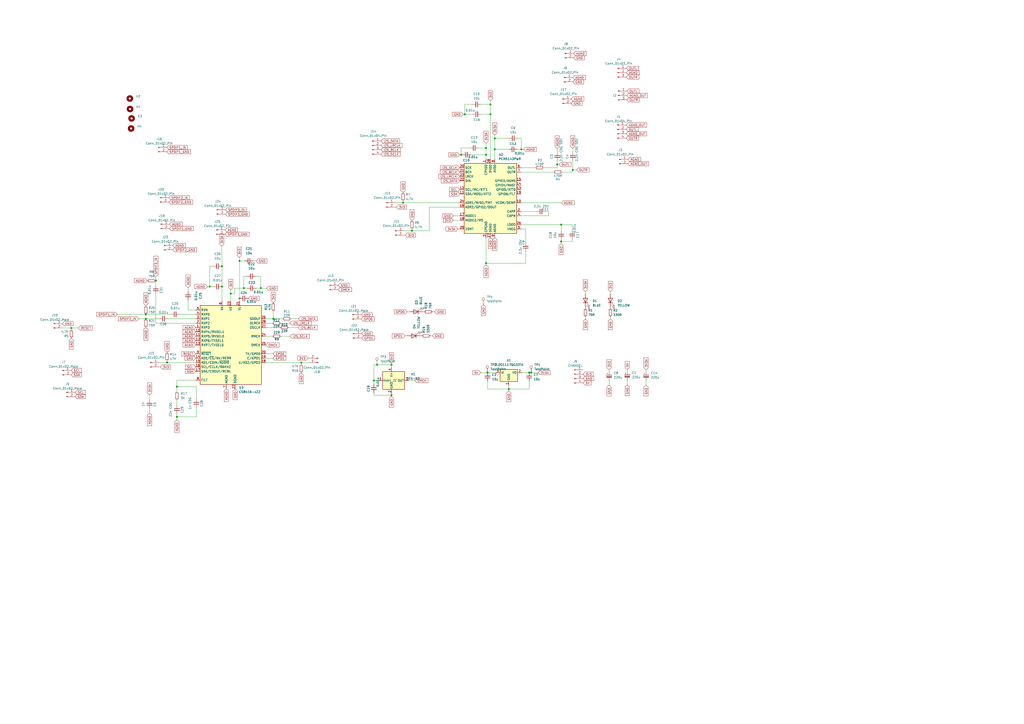
<source format=kicad_sch>
(kicad_sch (version 20230121) (generator eeschema)
  (paper "A2")
  (junction (at 227.076 211.582))
  (junction (at 133.858 170.307))
  (junction (at 287.02 80.264))
  (junction (at 267.462 89.789))
  (junction (at 141.478 167.132))
  (junction (at 151.257 167.132))
  (junction (at 41.402 190.246))
  (junction (at 323.215 95.377))
  (junction (at 121.666 166.243))
  (junction (at 233.807 117.602))
  (junction (at 287.02 86.614))
  (junction (at 239.014 133.858))
  (junction (at 332.232 98.552))
  (junction (at 138.938 173.101))
  (junction (at 306.959 216.154))
  (junction (at 216.916 220.726))
  (junction (at 174.752 210.312))
  (junction (at 227.076 229.235))
  (junction (at 102.616 241.808))
  (junction (at 102.616 224.282))
  (junction (at 302.387 86.614))
  (junction (at 84.582 182.372))
  (junction (at 295.148 225.679))
  (junction (at 281.94 89.789))
  (junction (at 284.48 66.294))
  (junction (at 325.501 140.081))
  (junction (at 281.94 85.852))
  (junction (at 284.48 60.579))
  (junction (at 96.901 210.312))
  (junction (at 84.582 184.912))
  (junction (at 269.621 66.294))
  (junction (at 282.829 216.154))
  (junction (at 282.702 216.154))
  (junction (at 281.94 152.654))
  (junction (at 128.778 166.243))
  (junction (at 325.501 130.302))
  (junction (at 308.102 216.154))
  (junction (at 128.778 154.432))
  (junction (at 138.938 151.384))
  (junction (at 218.694 211.582))
  (junction (at 90.424 162.814))
  (junction (at 158.496 184.912))
  (wire (pts (xy 316.357 122.682) (xy 318.389 122.682)))
  (wire (pts (xy 168.275 195.072) (xy 163.068 195.072)))
  (wire (pts (xy 96.901 209.423) (xy 96.901 210.312)))
  (wire (pts (xy 323.215 95.377) (xy 323.215 97.282)))
  (wire (pts (xy 295.021 86.614) (xy 287.02 86.614)))
  (wire (pts (xy 277.622 85.852) (xy 281.94 85.852)))
  (wire (pts (xy 128.778 166.243) (xy 128.778 174.752)))
  (wire (pts (xy 332.232 98.552) (xy 332.232 99.822)))
  (wire (pts (xy 96.901 210.312) (xy 113.538 210.312)))
  (wire (pts (xy 339.598 183.896) (xy 339.598 185.039)))
  (wire (pts (xy 128.651 147.828) (xy 128.778 147.828)))
  (wire (pts (xy 216.916 220.726) (xy 219.456 220.726)))
  (wire (pts (xy 302.387 80.264) (xy 302.387 86.614)))
  (wire (pts (xy 136.144 167.132) (xy 136.144 170.307)))
  (wire (pts (xy 154.686 167.259) (xy 154.559 167.259)))
  (wire (pts (xy 269.621 66.294) (xy 274.066 66.294)))
  (wire (pts (xy 138.938 151.384) (xy 138.938 173.101)))
  (wire (pts (xy 282.829 216.154) (xy 287.528 216.154)))
  (wire (pts (xy 374.777 223.393) (xy 374.777 220.726)))
  (wire (pts (xy 331.978 140.081) (xy 331.978 138.811)))
  (wire (pts (xy 102.616 224.282) (xy 102.616 227.076)))
  (wire (pts (xy 138.938 173.101) (xy 138.938 174.752)))
  (wire (pts (xy 281.94 89.789) (xy 281.94 92.202)))
  (wire (pts (xy 229.108 117.602) (xy 233.807 117.602)))
  (wire (pts (xy 302.26 132.842) (xy 304.927 132.842)))
  (wire (pts (xy 325.501 130.302) (xy 325.501 133.858)))
  (wire (pts (xy 272.542 85.852) (xy 267.462 85.852)))
  (wire (pts (xy 353.314 214.503) (xy 353.314 215.646)))
  (wire (pts (xy 331.978 130.302) (xy 325.501 130.302)))
  (wire (pts (xy 339.598 178.816) (xy 339.598 178.054)))
  (wire (pts (xy 133.858 168.021) (xy 133.858 170.307)))
  (wire (pts (xy 138.811 149.225) (xy 138.811 149.352)))
  (wire (pts (xy 284.48 60.579) (xy 284.48 66.294)))
  (wire (pts (xy 332.232 93.345) (xy 332.232 98.552)))
  (wire (pts (xy 332.232 99.822) (xy 326.136 99.822)))
  (wire (pts (xy 154.559 167.259) (xy 154.559 167.132)))
  (wire (pts (xy 239.014 132.969) (xy 239.014 133.858)))
  (wire (pts (xy 128.778 154.432) (xy 128.778 166.243)))
  (wire (pts (xy 266.7 120.142) (xy 248.92 120.142)))
  (wire (pts (xy 287.02 80.264) (xy 287.02 86.614)))
  (wire (pts (xy 109.093 179.832) (xy 113.538 179.832)))
  (wire (pts (xy 90.424 165.608) (xy 90.424 162.814)))
  (wire (pts (xy 109.093 169.037) (xy 109.093 166.878)))
  (wire (pts (xy 279.146 66.294) (xy 284.48 66.294)))
  (wire (pts (xy 157.988 195.072) (xy 154.178 195.072)))
  (wire (pts (xy 318.389 125.222) (xy 318.389 122.682)))
  (wire (pts (xy 113.919 241.808) (xy 102.616 241.808)))
  (wire (pts (xy 300.228 80.264) (xy 302.387 80.264)))
  (wire (pts (xy 282.702 216.154) (xy 282.829 216.154)))
  (wire (pts (xy 123.698 154.432) (xy 121.666 154.432)))
  (wire (pts (xy 284.48 58.42) (xy 284.48 60.579)))
  (wire (pts (xy 265.684 132.842) (xy 266.7 132.842)))
  (wire (pts (xy 80.518 184.912) (xy 84.582 184.912)))
  (wire (pts (xy 121.666 166.243) (xy 123.698 166.243)))
  (wire (pts (xy 306.959 216.154) (xy 302.768 216.154)))
  (wire (pts (xy 311.277 122.682) (xy 302.26 122.682)))
  (wire (pts (xy 227.076 211.582) (xy 227.076 213.106)))
  (wire (pts (xy 245.872 180.848) (xy 245.11 180.848)))
  (wire (pts (xy 120.396 166.243) (xy 121.666 166.243)))
  (wire (pts (xy 84.582 182.372) (xy 99.06 182.372)))
  (wire (pts (xy 281.94 83.058) (xy 281.94 85.852)))
  (wire (pts (xy 284.48 66.294) (xy 284.48 92.202)))
  (wire (pts (xy 312.166 216.154) (xy 308.102 216.154)))
  (wire (pts (xy 263.017 125.222) (xy 266.7 125.222)))
  (wire (pts (xy 143.383 160.274) (xy 141.478 160.274)))
  (wire (pts (xy 218.694 211.582) (xy 216.916 211.582)))
  (wire (pts (xy 268.732 66.294) (xy 269.621 66.294)))
  (wire (pts (xy 227.076 229.87) (xy 227.076 229.235)))
  (wire (pts (xy 148.463 160.274) (xy 151.257 160.274)))
  (wire (pts (xy 282.829 225.679) (xy 295.148 225.679)))
  (wire (pts (xy 68.072 182.372) (xy 84.582 182.372)))
  (wire (pts (xy 113.919 224.282) (xy 102.616 224.282)))
  (wire (pts (xy 331.978 130.302) (xy 331.978 133.731)))
  (wire (pts (xy 306.959 225.679) (xy 295.148 225.679)))
  (wire (pts (xy 92.964 212.852) (xy 92.202 212.852)))
  (wire (pts (xy 151.257 160.274) (xy 151.257 167.132)))
  (wire (pts (xy 295.148 225.679) (xy 295.148 223.774)))
  (wire (pts (xy 216.916 222.885) (xy 216.916 220.726)))
  (wire (pts (xy 250.952 180.848) (xy 252.095 180.848)))
  (wire (pts (xy 363.855 223.266) (xy 363.855 220.599)))
  (wire (pts (xy 102.616 220.472) (xy 102.616 224.282)))
  (wire (pts (xy 229.87 120.142) (xy 229.108 120.142)))
  (wire (pts (xy 303.784 86.614) (xy 302.387 86.614)))
  (wire (pts (xy 281.94 152.654) (xy 281.94 137.922)))
  (wire (pts (xy 154.178 210.312) (xy 174.752 210.312)))
  (wire (pts (xy 227.076 211.582) (xy 218.694 211.582)))
  (wire (pts (xy 287.02 78.359) (xy 287.02 80.264)))
  (wire (pts (xy 237.49 180.848) (xy 236.22 180.848)))
  (wire (pts (xy 84.582 184.912) (xy 92.329 184.912)))
  (wire (pts (xy 308.102 216.154) (xy 306.959 216.154)))
  (wire (pts (xy 90.424 170.688) (xy 90.424 187.452)))
  (wire (pts (xy 90.424 162.814) (xy 90.424 160.528)))
  (wire (pts (xy 86.741 231.902) (xy 86.741 229.108)))
  (wire (pts (xy 323.215 93.345) (xy 323.215 95.377)))
  (wire (pts (xy 138.811 149.352) (xy 138.938 149.352)))
  (wire (pts (xy 216.916 229.235) (xy 227.076 229.235)))
  (wire (pts (xy 302.387 86.614) (xy 300.101 86.614)))
  (wire (pts (xy 304.927 132.842) (xy 304.927 140.843)))
  (wire (pts (xy 249.682 194.818) (xy 250.825 194.818)))
  (wire (pts (xy 233.807 117.602) (xy 266.7 117.602)))
  (wire (pts (xy 236.22 194.818) (xy 234.95 194.818)))
  (wire (pts (xy 244.602 194.818) (xy 243.84 194.818)))
  (wire (pts (xy 158.496 180.594) (xy 158.496 184.912)))
  (wire (pts (xy 267.462 85.852) (xy 267.462 89.789)))
  (wire (pts (xy 113.919 231.394) (xy 113.919 224.282)))
  (wire (pts (xy 174.752 211.201) (xy 174.752 210.312)))
  (wire (pts (xy 227.076 229.235) (xy 227.076 228.346)))
  (wire (pts (xy 168.275 187.452) (xy 162.941 187.452)))
  (wire (pts (xy 151.257 167.132) (xy 148.59 167.132)))
  (wire (pts (xy 121.666 154.432) (xy 121.666 166.243)))
  (wire (pts (xy 157.861 187.452) (xy 154.178 187.452)))
  (wire (pts (xy 104.14 182.372) (xy 113.538 182.372)))
  (wire (pts (xy 287.02 86.614) (xy 287.02 92.202)))
  (wire (pts (xy 143.51 167.132) (xy 141.478 167.132)))
  (wire (pts (xy 216.916 227.965) (xy 216.916 229.235)))
  (wire (pts (xy 281.94 85.852) (xy 281.94 89.789)))
  (wire (pts (xy 138.938 151.384) (xy 141.859 151.384)))
  (wire (pts (xy 128.651 142.748) (xy 128.651 147.828)))
  (wire (pts (xy 273.939 60.579) (xy 269.621 60.579)))
  (wire (pts (xy 97.409 184.912) (xy 113.538 184.912)))
  (wire (pts (xy 332.232 86.106) (xy 332.232 88.265)))
  (wire (pts (xy 295.148 226.822) (xy 295.148 225.679)))
  (wire (pts (xy 102.616 235.077) (xy 102.616 232.156)))
  (wire (pts (xy 45.466 190.246) (xy 41.402 190.246)))
  (wire (pts (xy 86.741 239.649) (xy 86.741 236.982)))
  (wire (pts (xy 354.076 183.896) (xy 354.076 185.039)))
  (wire (pts (xy 248.92 120.142) (xy 248.92 133.858)))
  (wire (pts (xy 269.621 60.579) (xy 269.621 66.294)))
  (wire (pts (xy 172.847 189.992) (xy 167.513 189.992)))
  (wire (pts (xy 354.076 170.434) (xy 354.076 169.164)))
  (wire (pts (xy 158.496 184.912) (xy 154.178 184.912)))
  (wire (pts (xy 302.26 117.602) (xy 325.628 117.602)))
  (wire (pts (xy 354.076 178.816) (xy 354.076 178.054)))
  (wire (pts (xy 158.369 207.772) (xy 154.178 207.772)))
  (wire (pts (xy 237.236 220.726) (xy 240.538 220.726)))
  (wire (pts (xy 102.616 243.586) (xy 102.616 241.808)))
  (wire (pts (xy 179.451 210.312) (xy 174.752 210.312)))
  (wire (pts (xy 178.689 207.772) (xy 179.451 207.772)))
  (wire (pts (xy 173.101 184.912) (xy 168.91 184.912)))
  (wire (pts (xy 325.501 138.938) (xy 325.501 140.081)))
  (wire (pts (xy 304.927 145.923) (xy 304.927 152.654)))
  (wire (pts (xy 109.093 174.117) (xy 109.093 179.832)))
  (wire (pts (xy 92.202 210.312) (xy 96.901 210.312)))
  (wire (pts (xy 41.402 191.135) (xy 41.402 190.246)))
  (wire (pts (xy 113.919 236.474) (xy 113.919 241.808)))
  (wire (pts (xy 113.538 220.472) (xy 102.616 220.472)))
  (wire (pts (xy 321.056 99.822) (xy 302.26 99.822)))
  (wire (pts (xy 263.017 127.762) (xy 266.7 127.762)))
  (wire (pts (xy 325.501 140.081) (xy 331.978 140.081)))
  (wire (pts (xy 102.616 241.808) (xy 102.616 240.157)))
  (wire (pts (xy 374.777 214.503) (xy 374.777 215.646)))
  (wire (pts (xy 234.315 133.858) (xy 239.014 133.858)))
  (wire (pts (xy 133.858 170.307) (xy 133.858 174.752)))
  (wire (pts (xy 141.478 167.132) (xy 136.144 167.132)))
  (wire (pts (xy 266.573 89.789) (xy 267.462 89.789)))
  (wire (pts (xy 353.314 223.393) (xy 353.314 220.726)))
  (wire (pts (xy 302.26 97.282) (xy 310.388 97.282)))
  (wire (pts (xy 141.478 160.274) (xy 141.478 167.132)))
  (wire (pts (xy 325.501 140.081) (xy 325.501 141.351)))
  (wire (pts (xy 282.829 221.234) (xy 282.829 225.679)))
  (wire (pts (xy 304.927 152.654) (xy 281.94 152.654)))
  (wire (pts (xy 334.391 98.552) (xy 332.232 98.552)))
  (wire (pts (xy 235.077 136.398) (xy 234.315 136.398)))
  (wire (pts (xy 302.26 130.302) (xy 325.501 130.302)))
  (wire (pts (xy 148.59 151.384) (xy 146.939 151.384)))
  (wire (pts (xy 324.231 95.377) (xy 323.215 95.377)))
  (wire (pts (xy 239.014 133.858) (xy 248.92 133.858)))
  (wire (pts (xy 233.807 116.713) (xy 233.807 117.602)))
  (wire (pts (xy 323.215 86.233) (xy 323.215 88.265)))
  (wire (pts (xy 287.02 80.264) (xy 295.148 80.264)))
  (wire (pts (xy 158.369 205.232) (xy 154.178 205.232)))
  (wire (pts (xy 216.916 211.582) (xy 216.916 220.726)))
  (wire (pts (xy 302.26 125.222) (xy 318.389 125.222)))
  (wire (pts (xy 315.468 97.282) (xy 323.215 97.282)))
  (wire (pts (xy 278.892 216.154) (xy 282.702 216.154)))
  (wire (pts (xy 281.94 152.654) (xy 281.94 153.67)))
  (wire (pts (xy 339.598 170.434) (xy 339.598 169.164)))
  (wire (pts (xy 154.559 167.132) (xy 151.257 167.132)))
  (wire (pts (xy 227.076 210.566) (xy 227.076 211.582)))
  (wire (pts (xy 162.433 189.992) (xy 154.178 189.992)))
  (wire (pts (xy 90.424 187.452) (xy 113.538 187.452)))
  (wire (pts (xy 138.938 149.352) (xy 138.938 151.384)))
  (wire (pts (xy 267.462 89.789) (xy 267.97 89.789)))
  (wire (pts (xy 41.402 190.246) (xy 36.195 190.246)))
  (wire (pts (xy 363.855 214.376) (xy 363.855 215.519)))
  (wire (pts (xy 128.778 147.828) (xy 128.778 154.432)))
  (wire (pts (xy 163.83 184.912) (xy 158.496 184.912)))
  (wire (pts (xy 306.959 221.234) (xy 306.959 225.679)))
  (wire (pts (xy 136.144 170.307) (xy 133.858 170.307)))
  (wire (pts (xy 279.019 60.579) (xy 284.48 60.579)))
  (wire (pts (xy 273.05 89.789) (xy 281.94 89.789)))
  (global_label "AGND_OUT" (shape input) (at 363.22 72.517 0) (property "Intersheetrefs" "${INTERSHEET_REFS}" (effects hide)))
  (global_label "GND" (shape input) (at 354.076 185.039 270) (property "Intersheetrefs" "${INTERSHEET_REFS}" (effects hide)))
  (global_label "3V3A" (shape input) (at 287.02 78.359 90) (property "Intersheetrefs" "${INTERSHEET_REFS}" (effects hide)))
  (global_label "OMCK" (shape input) (at 196.215 168.021 0) (property "Intersheetrefs" "${INTERSHEET_REFS}" (effects hide)))
  (global_label "GND" (shape input) (at 363.855 223.266 270) (property "Intersheetrefs" "${INTERSHEET_REFS}" (effects hide)))
  (global_label "GND" (shape input) (at 148.59 151.384 0) (property "Intersheetrefs" "${INTERSHEET_REFS}" (effects hide)))
  (global_label "AGND" (shape input) (at 364.236 92.456 0) (property "Intersheetrefs" "${INTERSHEET_REFS}" (effects hide)))
  (global_label "GND" (shape input) (at 96.901 204.343 90) (property "Intersheetrefs" "${INTERSHEET_REFS}" (effects hide)))
  (global_label "SDA" (shape input) (at 41.275 217.424 0) (property "Intersheetrefs" "${INTERSHEET_REFS}" (effects hide)))
  (global_label "3V3A" (shape input) (at 312.166 216.154 0) (property "Intersheetrefs" "${INTERSHEET_REFS}" (effects hide)))
  (global_label "GND" (shape input) (at 41.402 196.215 270) (property "Intersheetrefs" "${INTERSHEET_REFS}" (effects hide)))
  (global_label "GND" (shape input) (at 325.501 141.351 270) (property "Intersheetrefs" "${INTERSHEET_REFS}" (effects hide)))
  (global_label "GND" (shape input) (at 353.314 223.393 270) (property "Intersheetrefs" "${INTERSHEET_REFS}" (effects hide)))
  (global_label "I2S_DATA" (shape input) (at 266.7 104.902 180) (property "Intersheetrefs" "${INTERSHEET_REFS}" (effects hide)))
  (global_label "GND" (shape input) (at 332.232 47.498 0) (property "Intersheetrefs" "${INTERSHEET_REFS}" (effects hide)))
  (global_label "AGND" (shape input) (at 113.538 197.612 180) (property "Intersheetrefs" "${INTERSHEET_REFS}" (effects hide)))
  (global_label "GND" (shape input) (at 250.825 194.818 0) (property "Intersheetrefs" "${INTERSHEET_REFS}" (effects hide)))
  (global_label "I2S_DATA" (shape input) (at 173.101 184.912 0) (property "Intersheetrefs" "${INTERSHEET_REFS}" (effects hide)))
  (global_label "AGND" (shape input) (at 287.02 137.922 270) (property "Intersheetrefs" "${INTERSHEET_REFS}" (effects hide)))
  (global_label "SPDIF1_IN" (shape input) (at 96.774 85.471 0) (property "Intersheetrefs" "${INTERSHEET_REFS}" (effects hide)))
  (global_label "AGND" (shape input) (at 332.74 30.988 0) (property "Intersheetrefs" "${INTERSHEET_REFS}" (effects hide)))
  (global_label "AGND" (shape input) (at 281.94 153.67 270) (property "Intersheetrefs" "${INTERSHEET_REFS}" (effects hide)))
  (global_label "I2S_DATA" (shape input) (at 220.98 81.788 0) (property "Intersheetrefs" "${INTERSHEET_REFS}" (effects hide)))
  (global_label "SPDIF2_GND" (shape input) (at 97.917 117.221 0) (property "Intersheetrefs" "${INTERSHEET_REFS}" (effects hide)))
  (global_label "OUTR" (shape input) (at 363.601 57.912 0) (property "Intersheetrefs" "${INTERSHEET_REFS}" (effects hide)))
  (global_label "GND" (shape input) (at 338.201 219.583 0) (property "Intersheetrefs" "${INTERSHEET_REFS}" (effects hide)))
  (global_label "AGND" (shape input) (at 98.298 130.048 0) (property "Intersheetrefs" "${INTERSHEET_REFS}" (effects hide)))
  (global_label "I2S_SCLK" (shape input) (at 220.98 89.408 0) (property "Intersheetrefs" "${INTERSHEET_REFS}" (effects hide)))
  (global_label "OUTR" (shape input) (at 363.22 80.137 0) (property "Intersheetrefs" "${INTERSHEET_REFS}" (effects hide)))
  (global_label "RESET" (shape input) (at 113.538 205.232 180) (property "Intersheetrefs" "${INTERSHEET_REFS}" (effects hide)))
  (global_label "3V3" (shape input) (at 263.017 127.762 180) (property "Intersheetrefs" "${INTERSHEET_REFS}" (effects hide)))
  (global_label "OUTL" (shape input) (at 363.347 39.624 0) (property "Intersheetrefs" "${INTERSHEET_REFS}" (effects hide)))
  (global_label "GND" (shape input) (at 209.55 182.499 0) (property "Intersheetrefs" "${INTERSHEET_REFS}" (effects hide)))
  (global_label "GND" (shape input) (at 339.598 185.039 270) (property "Intersheetrefs" "${INTERSHEET_REFS}" (effects hide)))
  (global_label "3V3" (shape input) (at 284.48 58.42 90) (property "Intersheetrefs" "${INTERSHEET_REFS}" (effects hide)))
  (global_label "5V" (shape input) (at 363.855 214.376 90) (property "Intersheetrefs" "${INTERSHEET_REFS}" (effects hide)))
  (global_label "I2S_BCLK" (shape input) (at 172.847 189.992 0) (property "Intersheetrefs" "${INTERSHEET_REFS}" (effects hide)))
  (global_label "AGND_OUT" (shape input) (at 363.601 55.372 0) (property "Intersheetrefs" "${INTERSHEET_REFS}" (effects hide)))
  (global_label "3V3A" (shape input) (at 374.777 214.503 90) (property "Intersheetrefs" "${INTERSHEET_REFS}" (effects hide)))
  (global_label "I2S_SCLK" (shape input) (at 266.7 97.282 180) (property "Intersheetrefs" "${INTERSHEET_REFS}" (effects hide)))
  (global_label "SPDIF1_GND" (shape input) (at 96.774 88.011 0) (property "Intersheetrefs" "${INTERSHEET_REFS}" (effects hide)))
  (global_label "GND" (shape input) (at 332.74 33.528 0) (property "Intersheetrefs" "${INTERSHEET_REFS}" (effects hide)))
  (global_label "5V" (shape input) (at 278.892 216.154 180) (property "Intersheetrefs" "${INTERSHEET_REFS}" (effects hide)))
  (global_label "OUTR" (shape input) (at 334.391 98.552 0) (property "Intersheetrefs" "${INTERSHEET_REFS}" (effects hide)))
  (global_label "GND" (shape input) (at 280.416 176.784 270) (property "Intersheetrefs" "${INTERSHEET_REFS}" (effects hide)))
  (global_label "SDA" (shape input) (at 266.7 112.522 180) (property "Intersheetrefs" "${INTERSHEET_REFS}" (effects hide)))
  (global_label "I2S_LRCLK" (shape input) (at 266.7 102.362 180) (property "Intersheetrefs" "${INTERSHEET_REFS}" (effects hide)))
  (global_label "SDA" (shape input) (at 43.561 230.124 0) (property "Intersheetrefs" "${INTERSHEET_REFS}" (effects hide)))
  (global_label "3V3A" (shape input) (at 281.94 83.058 90) (property "Intersheetrefs" "${INTERSHEET_REFS}" (effects hide)))
  (global_label "AGND" (shape input) (at 332.232 86.106 90) (property "Intersheetrefs" "${INTERSHEET_REFS}" (effects hide)))
  (global_label "SPDIF3_IN" (shape input) (at 90.424 160.528 90) (property "Intersheetrefs" "${INTERSHEET_REFS}" (effects hide)))
  (global_label "SCL" (shape input) (at 113.538 212.852 180) (property "Intersheetrefs" "${INTERSHEET_REFS}" (effects hide)))
  (global_label "GND" (shape input) (at 284.48 137.922 270) (property "Intersheetrefs" "${INTERSHEET_REFS}" (effects hide)))
  (global_label "AGND_OUT" (shape input) (at 364.236 94.996 0) (property "Intersheetrefs" "${INTERSHEET_REFS}" (effects hide)))
  (global_label "AGND" (shape input) (at 100.203 142.367 0) (property "Intersheetrefs" "${INTERSHEET_REFS}" (effects hide)))
  (global_label "SPDIF3_GND" (shape input) (at 130.81 124.206 0) (property "Intersheetrefs" "${INTERSHEET_REFS}" (effects hide)))
  (global_label "3V3" (shape input) (at 227.076 210.566 90) (property "Intersheetrefs" "${INTERSHEET_REFS}" (effects hide)))
  (global_label "AGND" (shape input) (at 363.347 42.164 0) (property "Intersheetrefs" "${INTERSHEET_REFS}" (effects hide)))
  (global_label "AGND" (shape input) (at 84.582 189.992 270) (property "Intersheetrefs" "${INTERSHEET_REFS}" (effects hide)))
  (global_label "OUTR" (shape input) (at 363.347 44.704 0) (property "Intersheetrefs" "${INTERSHEET_REFS}" (effects hide)))
  (global_label "SPDIF3_IN" (shape input) (at 130.81 121.666 0) (property "Intersheetrefs" "${INTERSHEET_REFS}" (effects hide)))
  (global_label "AGND" (shape input) (at 86.741 239.649 270) (property "Intersheetrefs" "${INTERSHEET_REFS}" (effects hide)))
  (global_label "GND" (shape input) (at 268.732 66.294 180) (property "Intersheetrefs" "${INTERSHEET_REFS}" (effects hide)))
  (global_label "SDA" (shape input) (at 113.538 215.392 180) (property "Intersheetrefs" "${INTERSHEET_REFS}" (effects hide)))
  (global_label "I2S_SCLK" (shape input) (at 168.275 195.072 0) (property "Intersheetrefs" "${INTERSHEET_REFS}" (effects hide)))
  (global_label "GND" (shape input) (at 174.752 216.281 270) (property "Intersheetrefs" "${INTERSHEET_REFS}" (effects hide)))
  (global_label "GPO0" (shape input) (at 158.369 205.232 0) (property "Intersheetrefs" "${INTERSHEET_REFS}" (effects hide)))
  (global_label "OMCK" (shape input) (at 240.538 220.726 0) (property "Intersheetrefs" "${INTERSHEET_REFS}" (effects hide)))
  (global_label "I2S_BCLK" (shape input) (at 220.98 86.868 0) (property "Intersheetrefs" "${INTERSHEET_REFS}" (effects hide)))
  (global_label "3V3" (shape input) (at 158.496 175.514 90) (property "Intersheetrefs" "${INTERSHEET_REFS}" (effects hide)))
  (global_label "GPO0" (shape input) (at 209.55 185.039 0) (property "Intersheetrefs" "${INTERSHEET_REFS}" (effects hide)))
  (global_label "AGND" (shape input) (at 113.538 189.992 180) (property "Intersheetrefs" "${INTERSHEET_REFS}" (effects hide)))
  (global_label "3V3" (shape input) (at 133.858 168.021 90) (property "Intersheetrefs" "${INTERSHEET_REFS}" (effects hide)))
  (global_label "3V3A" (shape input) (at 265.684 132.842 180) (property "Intersheetrefs" "${INTERSHEET_REFS}" (effects hide)))
  (global_label "GND" (shape input) (at 209.804 193.548 0) (property "Intersheetrefs" "${INTERSHEET_REFS}" (effects hide)))
  (global_label "3V3" (shape input) (at 338.201 217.043 0) (property "Intersheetrefs" "${INTERSHEET_REFS}" (effects hide)))
  (global_label "OUTL" (shape input) (at 363.22 75.057 0) (property "Intersheetrefs" "${INTERSHEET_REFS}" (effects hide)))
  (global_label "GND" (shape input) (at 263.017 125.222 180) (property "Intersheetrefs" "${INTERSHEET_REFS}" (effects hide)))
  (global_label "SPDIF1_GND" (shape input) (at 98.298 132.588 0) (property "Intersheetrefs" "${INTERSHEET_REFS}" (effects hide)))
  (global_label "GPO1" (shape input) (at 158.369 207.772 0) (property "Intersheetrefs" "${INTERSHEET_REFS}" (effects hide)))
  (global_label "3V3" (shape input) (at 354.076 169.164 90) (property "Intersheetrefs" "${INTERSHEET_REFS}" (effects hide)))
  (global_label "AGND" (shape input) (at 113.538 195.072 180) (property "Intersheetrefs" "${INTERSHEET_REFS}" (effects hide)))
  (global_label "OUTL" (shape input) (at 363.601 52.832 0) (property "Intersheetrefs" "${INTERSHEET_REFS}" (effects hide)))
  (global_label "GND" (shape input) (at 252.095 180.848 0) (property "Intersheetrefs" "${INTERSHEET_REFS}" (effects hide)))
  (global_label "GPO1" (shape input) (at 234.95 194.818 180) (property "Intersheetrefs" "${INTERSHEET_REFS}" (effects hide)))
  (global_label "3V3" (shape input) (at 138.811 149.225 90) (property "Intersheetrefs" "${INTERSHEET_REFS}" (effects hide)))
  (global_label "GND" (shape input) (at 233.807 111.633 90) (property "Intersheetrefs" "${INTERSHEET_REFS}" (effects hide)))
  (global_label "AGND" (shape input) (at 303.784 86.614 0) (property "Intersheetrefs" "${INTERSHEET_REFS}" (effects hide)))
  (global_label "3V3A" (shape input) (at 86.741 229.108 90) (property "Intersheetrefs" "${INTERSHEET_REFS}" (effects hide)))
  (global_label "AGND" (shape input) (at 332.232 44.958 0) (property "Intersheetrefs" "${INTERSHEET_REFS}" (effects hide)))
  (global_label "AGND" (shape input) (at 113.538 192.532 180) (property "Intersheetrefs" "${INTERSHEET_REFS}" (effects hide)))
  (global_label "GND" (shape input) (at 36.195 187.706 0) (property "Intersheetrefs" "${INTERSHEET_REFS}" (effects hide)))
  (global_label "AGND" (shape input) (at 85.344 162.814 180) (property "Intersheetrefs" "${INTERSHEET_REFS}" (effects hide)))
  (global_label "AGND" (shape input) (at 331.343 57.404 0) (property "Intersheetrefs" "${INTERSHEET_REFS}" (effects hide)))
  (global_label "SPDIF2_IN" (shape input) (at 80.518 184.912 180) (property "Intersheetrefs" "${INTERSHEET_REFS}" (effects hide)))
  (global_label "SCL" (shape input) (at 266.7 109.982 180) (property "Intersheetrefs" "${INTERSHEET_REFS}" (effects hide)))
  (global_label "AGND_OUT" (shape input) (at 363.22 77.597 0) (property "Intersheetrefs" "${INTERSHEET_REFS}" (effects hide)))
  (global_label "AGND" (shape input) (at 131.318 225.552 270) (property "Intersheetrefs" "${INTERSHEET_REFS}" (effects hide)))
  (global_label "SPDIF1_IN" (shape input) (at 68.072 182.372 180) (property "Intersheetrefs" "${INTERSHEET_REFS}" (effects hide)))
  (global_label "SPDIF2_GND" (shape input) (at 100.203 144.907 0) (property "Intersheetrefs" "${INTERSHEET_REFS}" (effects hide)))
  (global_label "I2S_LRCLK" (shape input) (at 168.275 187.452 0) (property "Intersheetrefs" "${INTERSHEET_REFS}" (effects hide)))
  (global_label "AGND" (shape input) (at 109.093 166.878 90) (property "Intersheetrefs" "${INTERSHEET_REFS}" (effects hide)))
  (global_label "AGND" (shape input) (at 102.616 243.586 270) (property "Intersheetrefs" "${INTERSHEET_REFS}" (effects hide)))
  (global_label "GND" (shape input) (at 239.014 127.889 90) (property "Intersheetrefs" "${INTERSHEET_REFS}" (effects hide)))
  (global_label "RESET" (shape input) (at 45.466 190.246 0) (property "Intersheetrefs" "${INTERSHEET_REFS}" (effects hide)))
  (global_label "GND" (shape input) (at 154.686 167.259 0) (property "Intersheetrefs" "${INTERSHEET_REFS}" (effects hide)))
  (global_label "SPDIF2_IN" (shape input) (at 97.917 114.681 0) (property "Intersheetrefs" "${INTERSHEET_REFS}" (effects hide)))
  (global_label "3V3A" (shape input) (at 339.598 169.164 90) (property "Intersheetrefs" "${INTERSHEET_REFS}" (effects hide)))
  (global_label "GND" (shape input) (at 374.777 223.393 270) (property "Intersheetrefs" "${INTERSHEET_REFS}" (effects hide)))
  (global_label "GND" (shape input) (at 331.343 59.944 0) (property "Intersheetrefs" "${INTERSHEET_REFS}" (effects hide)))
  (global_label "OMCK" (shape input) (at 154.178 200.152 0) (property "Intersheetrefs" "${INTERSHEET_REFS}" (effects hide)))
  (global_label "GND" (shape input) (at 113.538 207.772 180) (property "Intersheetrefs" "${INTERSHEET_REFS}" (effects hide)))
  (global_label "GPO1" (shape input) (at 209.804 196.088 0) (property "Intersheetrefs" "${INTERSHEET_REFS}" (effects hide)))
  (global_label "GND" (shape input) (at 136.398 225.552 270) (property "Intersheetrefs" "${INTERSHEET_REFS}" (effects hide)))
  (global_label "AGND" (shape input) (at 113.538 200.152 180) (property "Intersheetrefs" "${INTERSHEET_REFS}" (effects hide)))
  (global_label "GND" (shape input) (at 227.076 229.87 270) (property "Intersheetrefs" "${INTERSHEET_REFS}" (effects hide)))
  (global_label "3V3" (shape input) (at 229.87 120.142 0) (property "Intersheetrefs" "${INTERSHEET_REFS}" (effects hide)))
  (global_label "3V3" (shape input) (at 353.314 214.503 90) (property "Intersheetrefs" "${INTERSHEET_REFS}" (effects hide)))
  (global_label "AGND" (shape input) (at 323.215 86.233 90) (property "Intersheetrefs" "${INTERSHEET_REFS}" (effects hide)))
  (global_label "GND" (shape input) (at 266.573 89.789 180) (property "Intersheetrefs" "${INTERSHEET_REFS}" (effects hide)))
  (global_label "SCL" (shape input) (at 43.561 227.584 0) (property "Intersheetrefs" "${INTERSHEET_REFS}" (effects hide)))
  (global_label "GND" (shape input) (at 196.215 165.481 0) (property "Intersheetrefs" "${INTERSHEET_REFS}" (effects hide)))
  (global_label "GPO0" (shape input) (at 236.22 180.848 180) (property "Intersheetrefs" "${INTERSHEET_REFS}" (effects hide)))
  (global_label "GND" (shape input) (at 144.018 173.101 0) (property "Intersheetrefs" "${INTERSHEET_REFS}" (effects hide)))
  (global_label "AGND" (shape input) (at 130.556 133.35 0) (property "Intersheetrefs" "${INTERSHEET_REFS}" (effects hide)))
  (global_label "3V3A" (shape input) (at 128.651 142.748 90) (property "Intersheetrefs" "${INTERSHEET_REFS}" (effects hide)))
  (global_label "I2S_BCLK" (shape input) (at 266.7 99.822 180) (property "Intersheetrefs" "${INTERSHEET_REFS}" (effects hide)))
  (global_label "3V3" (shape input) (at 178.689 207.772 180) (property "Intersheetrefs" "${INTERSHEET_REFS}" (effects hide)))
  (global_label "AGND" (shape input) (at 120.396 166.243 180) (property "Intersheetrefs" "${INTERSHEET_REFS}" (effects hide)))
  (global_label "GND" (shape input) (at 295.148 226.822 270) (property "Intersheetrefs" "${INTERSHEET_REFS}" (effects hide)))
  (global_label "5V" (shape input) (at 338.201 222.123 0) (property "Intersheetrefs" "${INTERSHEET_REFS}" (effects hide)))
  (global_label "SPDIF3_GND" (shape input) (at 130.556 135.89 0) (property "Intersheetrefs" "${INTERSHEET_REFS}" (effects hide)))
  (global_label "3V3" (shape input) (at 92.964 212.852 0) (property "Intersheetrefs" "${INTERSHEET_REFS}" (effects hide)))
  (global_label "I2S_LRCLK" (shape input) (at 220.98 84.328 0) (property "Intersheetrefs" "${INTERSHEET_REFS}" (effects hide)))
  (global_label "3V3" (shape input) (at 235.077 136.398 0) (property "Intersheetrefs" "${INTERSHEET_REFS}" (effects hide)))
  (global_label "OUTL" (shape input) (at 324.231 95.377 0) (property "Intersheetrefs" "${INTERSHEET_REFS}" (effects hide)))
  (global_label "AGND" (shape input) (at 325.628 117.602 0) (property "Intersheetrefs" "${INTERSHEET_REFS}" (effects hide)))
  (global_label "AGND" (shape input) (at 84.582 177.292 90) (property "Intersheetrefs" "${INTERSHEET_REFS}" (effects hide)))
  (global_label "SCL" (shape input) (at 41.275 214.884 0) (property "Intersheetrefs" "${INTERSHEET_REFS}" (effects hide)))
  (symbol (lib_id "Device:C_Small") (at 331.978 136.271 180) (unit 1)
    (property "Reference" "C17" (at 335.153 136.271 90))
    (property "Value" "0.01u" (at 333.248 132.461 90))
    (property "Footprint" "Capacitor_SMD:C_0805_2012Metric" (effects hide))
  )
  (symbol (lib_id "Connector:Conn_01x02_Male") (at 204.47 182.499 0) (unit 1)
    (property "Reference" "J21" (at 205.105 177.673 0))
    (property "Value" "Conn_01x02_Male" (at 205.105 180.213 0))
    (property "Footprint" "Connector_JST:JST_PH_B2B-PH-K_1x02_P2.00mm_Vertical" (effects hide))
  )
  (symbol (lib_id "Device:R_Small") (at 354.076 181.356 180) (unit 1)
    (property "Reference" "R2" (at 355.6 180.086 0) (effects (justify right)))
    (property "Value" "330R" (at 355.6 182.626 0) (effects (justify right)))
    (property "Footprint" "Resistor_SMD:R_0603_1608Metric_Pad0.98x0.95mm_HandSolder" (effects hide))
  )
  (symbol (lib_id "Device:C_Small") (at 276.479 60.579 270) (unit 1)
    (property "Reference" "C15" (at 276.4726 54.483 90))
    (property "Value" "10u" (at 276.4726 57.023 90))
    (property "Footprint" "Capacitor_SMD:C_1206_3216Metric_Pad1.33x1.80mm_HandSolder" (effects hide))
  )
  (symbol (lib_id "Device:C_Small") (at 141.478 173.101 270) (unit 1)
    (property "Reference" "C24" (at 141.478 169.926 90))
    (property "Value" "0.01u" (at 145.796 175.006 90))
    (property "Footprint" "Capacitor_SMD:C_0805_2012Metric" (effects hide))
  )
  (symbol (lib_id "Connector:Conn_01x02_Pin") (at 229.235 133.858 0) (unit 1)
    (property "Reference" "J11" (at 229.87 128.397 0))
    (property "Value" "Conn_01x02_Pin" (at 229.87 130.937 0))
    (property "Footprint" "Connector_PinHeader_2.54mm:PinHeader_1x02_P2.54mm_Vertical" (effects hide))
  )
  (symbol (lib_id "Device:C_Small") (at 276.606 66.294 90) (unit 1)
    (property "Reference" "C16" (at 276.606 69.469 90))
    (property "Value" "0.01u" (at 272.796 64.008 90))
    (property "Footprint" "Capacitor_SMD:C_0805_2012Metric" (effects hide))
  )
  (symbol (lib_id "Device:C_Small") (at 270.51 89.789 90) (unit 1)
    (property "Reference" "C10" (at 270.51 92.964 90))
    (property "Value" "0.01u" (at 274.32 91.059 90))
    (property "Footprint" "Capacitor_SMD:C_0805_2012Metric" (effects hide))
  )
  (symbol (lib_id "Device:R_Small") (at 312.928 97.282 90) (unit 1)
    (property "Reference" "R3" (at 313.055 92.964 90))
    (property "Value" "470R" (at 312.928 95.25 90))
    (property "Footprint" "Resistor_SMD:R_0603_1608Metric_Pad0.98x0.95mm_HandSolder" (effects hide))
  )
  (symbol (lib_id "Connector:Conn_01x02_Male") (at 31.115 187.706 0) (unit 1)
    (property "Reference" "J10" (at 31.75 182.88 0))
    (property "Value" "Conn_01x02_Male" (at 31.75 185.42 0))
    (property "Footprint" "Connector_JST:JST_PH_B2B-PH-K_1x02_P2.00mm_Vertical" (effects hide))
  )
  (symbol (lib_id "Device:R_Small") (at 248.412 180.848 270) (unit 1)
    (property "Reference" "R18" (at 247.142 179.324 0) (effects (justify right)))
    (property "Value" "75R" (at 249.682 179.324 0) (effects (justify right)))
    (property "Footprint" "Resistor_SMD:R_0603_1608Metric_Pad0.98x0.95mm_HandSolder" (effects hide))
  )
  (symbol (lib_id "Connector:Conn_01x02_Pin") (at 327.66 30.988 0) (unit 1)
    (property "Reference" "J8" (at 328.295 25.527 0))
    (property "Value" "Conn_01x02_Pin" (at 328.295 28.067 0))
    (property "Footprint" "Connector_PinHeader_2.54mm:PinHeader_1x02_P2.54mm_Vertical" (effects hide))
  )
  (symbol (lib_id "Device:C_Small") (at 113.919 233.934 180) (unit 1)
    (property "Reference" "C28" (at 116.967 234.061 90))
    (property "Value" "1n C0G" (at 110.236 233.9277 90))
    (property "Footprint" "Capacitor_SMD:C_0805_2012Metric_Pad1.18x1.45mm_HandSolder" (effects hide))
  )
  (symbol (lib_id "Device:C_Small") (at 323.215 90.805 0) (unit 1)
    (property "Reference" "C3" (at 320.04 90.805 90))
    (property "Value" "2.2n C0G 50V" (at 325.501 86.995 90))
    (property "Footprint" "Capacitor_SMD:C_0805_2012Metric" (effects hide))
  )
  (symbol (lib_id "Connector:Conn_01x02_Pin") (at 191.135 165.481 0) (unit 1)
    (property "Reference" "J13" (at 191.77 160.02 0))
    (property "Value" "Conn_01x02_Pin" (at 191.77 162.56 0))
    (property "Footprint" "Connector_PinHeader_2.54mm:PinHeader_1x02_P2.54mm_Vertical" (effects hide))
  )
  (symbol (lib_id "Device:C_Polarized_Small") (at 374.777 218.186 0) (unit 1)
    (property "Reference" "C14" (at 377.444 216.3699 0) (effects (justify left)))
    (property "Value" "220u" (at 377.444 218.9099 0) (effects (justify left)))
    (property "Footprint" "Capacitor_THT:CP_Radial_D6.3mm_P2.50mm" (effects hide))
  )
  (symbol (lib_id "Connector:Conn_01x02_Pin") (at 125.476 133.35 0) (unit 1)
    (property "Reference" "J25" (at 126.111 128.524 0))
    (property "Value" "Conn_01x02_Pin" (at 126.111 131.064 0))
    (property "Footprint" "Connector_PinHeader_2.54mm:PinHeader_1x02_P2.54mm_Vertical" (effects hide))
  )
  (symbol (lib_id "Connector:Conn_01x02_Pin") (at 184.531 210.312 180) (unit 1)
    (property "Reference" "J18" (at 183.896 215.773 0))
    (property "Value" "Conn_01x02_Pin" (at 183.896 213.233 0))
    (property "Footprint" "Connector_PinHeader_2.54mm:PinHeader_1x02_P2.54mm_Vertical" (effects hide))
  )
  (symbol (lib_id "Connector:Conn_01x03_Pin") (at 358.521 55.372 0) (unit 1)
    (property "Reference" "J2" (at 356.489 55.372 0))
    (property "Value" "Conn_01x03_Pin" (effects hide))
    (property "Footprint" "Connector_JST:JST_PH_B3B-PH-K_1x03_P2.00mm_Vertical" (effects hide))
  )
  (symbol (lib_id "Device:C_Small") (at 102.616 237.617 180) (unit 1)
    (property "Reference" "C29" (at 105.664 237.744 90))
    (property "Value" "22n C0G" (at 98.933 237.6107 90))
    (property "Footprint" "Capacitor_SMD:C_0805_2012Metric_Pad1.18x1.45mm_HandSolder" (effects hide))
  )
  (symbol (lib_id "Connector:TestPoint") (at 308.102 216.154 0) (unit 1)
    (property "Reference" "TP1" (at 309.88 211.582 0) (effects (justify left)))
    (property "Value" "TestPoint" (at 309.88 214.122 0) (effects (justify left)))
    (property "Footprint" "TestPoint:TestPoint_Pad_2.0x2.0mm" (effects hide))
  )
  (symbol (lib_id "Device:R_Small") (at 41.402 193.675 0) (unit 1)
    (property "Reference" "R5" (at 39.878 194.945 0) (effects (justify right)))
    (property "Value" "4.7K" (at 39.878 192.405 0) (effects (justify right)))
    (property "Footprint" "Resistor_SMD:R_0603_1608Metric_Pad0.98x0.95mm_HandSolder" (effects hide))
  )
  (symbol (lib_id "Device:LED") (at 339.598 174.244 90) (unit 1)
    (property "Reference" "D1" (at 343.662 174.5615 90) (effects (justify right)))
    (property "Value" "BLUE" (at 343.662 177.1015 90) (effects (justify right)))
    (property "Footprint" "LED_SMD:LED_0805_2012Metric_Pad1.15x1.40mm_HandSolder" (effects hide))
  )
  (symbol (lib_id "Connector:Conn_01x02_Pin") (at 93.218 130.048 0) (unit 1)
    (property "Reference" "J19" (at 93.853 125.222 0))
    (property "Value" "Conn_01x02_Pin" (at 93.853 127.762 0))
    (property "Footprint" "Connector_PinHeader_2.54mm:PinHeader_1x02_P2.54mm_Vertical" (effects hide))
  )
  (symbol (lib_id "Connector:Conn_01x02_Pin") (at 327.152 44.958 0) (unit 1)
    (property "Reference" "J9" (at 327.787 39.497 0))
    (property "Value" "Conn_01x02_Pin" (at 327.787 42.037 0))
    (property "Footprint" "Connector_PinHeader_2.54mm:PinHeader_1x02_P2.54mm_Vertical" (effects hide))
  )
  (symbol (lib_id "Connector:Conn_01x04_Pin") (at 333.121 217.043 0) (unit 1)
    (property "Reference" "J6" (at 333.756 209.55 0))
    (property "Value" "CHANSEL" (at 333.756 212.09 0))
    (property "Footprint" "Connector_JST:JST_XH_B4B-XH-A_1x04_P2.50mm_Vertical" (effects hide))
  )
  (symbol (lib_id "Device:R_Small") (at 160.528 195.072 90) (unit 1)
    (property "Reference" "R9" (at 160.528 196.85 90))
    (property "Value" "22R" (at 160.528 192.913 90))
    (property "Footprint" "Resistor_SMD:R_0603_1608Metric_Pad0.98x0.95mm_HandSolder" (effects hide))
  )
  (symbol (lib_id "Device:C_Small") (at 304.927 143.383 180) (unit 1)
    (property "Reference" "C9" (at 303.657 140.716 90))
    (property "Value" "2.2u 25V" (at 301.879 143.256 90))
    (property "Footprint" "Capacitor_SMD:C_0805_2012Metric" (effects hide))
  )
  (symbol (lib_id "Device:R_Small") (at 166.37 184.912 90) (unit 1)
    (property "Reference" "R11" (at 166.37 180.721 90))
    (property "Value" "22R" (at 166.37 182.88 90))
    (property "Footprint" "Resistor_SMD:R_0603_1608Metric_Pad0.98x0.95mm_HandSolder" (effects hide))
  )
  (symbol (lib_id "Device:C_Small") (at 282.829 218.694 180) (unit 1)
    (property "Reference" "C2" (at 285.369 217.4176 0) (effects (justify right)))
    (property "Value" "10u" (at 285.369 219.9576 0) (effects (justify right)))
    (property "Footprint" "Capacitor_SMD:C_1206_3216Metric_Pad1.33x1.80mm_HandSolder" (effects hide))
  )
  (symbol (lib_id "Device:R_Small") (at 160.401 187.452 90) (unit 1)
    (property "Reference" "R12" (at 160.401 185.674 90))
    (property "Value" "22R" (at 160.401 189.23 90))
    (property "Footprint" "Resistor_SMD:R_0603_1608Metric_Pad0.98x0.95mm_HandSolder" (effects hide))
  )
  (symbol (lib_id "Device:LED") (at 240.03 194.818 180) (unit 1)
    (property "Reference" "D4" (at 240.3475 190.754 90) (effects (justify right)))
    (property "Value" "YELLOW" (at 242.8875 190.754 90) (effects (justify right)))
    (property "Footprint" "LED_SMD:LED_0805_2012Metric_Pad1.15x1.40mm_HandSolder" (effects hide))
  )
  (symbol (lib_id "Mechanical:MountingHole") (at 75.311 57.15 0) (unit 1)
    (property "Reference" "H2" (at 78.74 55.88 0) (effects (justify left)))
    (property "Value" "MountingHole" (effects hide))
    (property "Footprint" "MountingHole:MountingHole_3.2mm_M3" (effects hide))
  )
  (symbol (lib_id "Connector:Conn_01x02_Pin") (at 224.028 117.602 0) (unit 1)
    (property "Reference" "J12" (at 224.663 112.141 0))
    (property "Value" "Conn_01x02_Pin" (at 224.663 114.681 0))
    (property "Footprint" "Connector_PinHeader_2.54mm:PinHeader_1x02_P2.54mm_Vertical" (effects hide))
  )
  (symbol (lib_id "Connector:Conn_01x02_Male") (at 38.481 227.584 0) (unit 1)
    (property "Reference" "J5" (at 39.116 222.758 0))
    (property "Value" "Conn_01x02_Male" (at 39.116 225.298 0))
    (property "Footprint" "Connector_JST:JST_PH_B2B-PH-K_1x02_P2.00mm_Vertical" (effects hide))
  )
  (symbol (lib_id "Connector:Conn_01x04_Pin") (at 358.14 75.057 0) (unit 1)
    (property "Reference" "J1" (at 358.775 67.691 0))
    (property "Value" "Conn_01x04_Pin" (at 358.775 70.231 0))
    (property "Footprint" "Connector_JST:JST_PH_B4B-PH-K_1x04_P2.00mm_Vertical" (effects hide))
  )
  (symbol (lib_id "Audio:CS8416-xZZ") (at 133.858 200.152 0) (unit 1)
    (property "Reference" "U3" (at 138.5921 224.79 0) (effects (justify left)))
    (property "Value" "CS8416-xZZ" (at 138.5921 227.33 0) (effects (justify left)))
    (property "Footprint" "Package_SO:TSSOP-28_4.4x9.7mm_P0.65mm" (effects hide))
    (property "Datasheet" "https://d3uzseaevmutz1.cloudfront.net/pubs/proDatasheet/CS8416_F3.pdf" (effects hide))
  )
  (symbol (lib_id "Device:R_Small") (at 164.973 189.992 90) (unit 1)
    (property "Reference" "R10" (at 164.973 188.468 90))
    (property "Value" "22R" (at 164.973 192.024 90))
    (property "Footprint" "Resistor_SMD:R_0603_1608Metric_Pad0.98x0.95mm_HandSolder" (effects hide))
  )
  (symbol (lib_id "Device:C_Small") (at 94.869 184.912 90) (unit 1)
    (property "Reference" "C26" (at 94.742 187.96 90))
    (property "Value" "0.01u" (at 94.8753 181.229 90))
    (property "Footprint" "Capacitor_SMD:C_0805_2012Metric_Pad1.18x1.45mm_HandSolder" (effects hide))
  )
  (symbol (lib_id "Device:C_Small") (at 126.238 154.432 270) (unit 1)
    (property "Reference" "C30" (at 126.2316 147.32 90))
    (property "Value" "10u" (at 126.2316 149.86 90))
    (property "Footprint" "Capacitor_SMD:C_1206_3216Metric_Pad1.33x1.80mm_HandSolder" (effects hide))
  )
  (symbol (lib_id "Mechanical:MountingHole") (at 76.073 74.549 0) (unit 1)
    (property "Reference" "H4" (at 79.502 73.279 0) (effects (justify left)))
    (property "Value" "MountingHole" (effects hide))
    (property "Footprint" "MountingHole:MountingHole_3.2mm_M3" (effects hide))
  )
  (symbol (lib_id "Device:R_Small") (at 247.142 194.818 270) (unit 1)
    (property "Reference" "R19" (at 245.872 193.294 0) (effects (justify right)))
    (property "Value" "330R" (at 248.412 193.294 0) (effects (justify right)))
    (property "Footprint" "Resistor_SMD:R_0603_1608Metric_Pad0.98x0.95mm_HandSolder" (effects hide))
  )
  (symbol (lib_id "Device:C_Small") (at 297.561 86.614 270) (unit 1)
    (property "Reference" "C12" (at 297.561 83.439 90))
    (property "Value" "0.01u" (at 301.371 88.9 90))
    (property "Footprint" "Capacitor_SMD:C_0805_2012Metric" (effects hide))
  )
  (symbol (lib_id "Connector:TestPoint") (at 282.702 216.154 0) (unit 1)
    (property "Reference" "TP2" (at 284.48 211.582 0) (effects (justify left)))
    (property "Value" "TestPoint" (at 284.48 214.122 0) (effects (justify left)))
    (property "Footprint" "TestPoint:TestPoint_Pad_2.0x2.0mm" (effects hide))
  )
  (symbol (lib_id "Audio:PCM5122PW") (at 284.48 115.062 0) (unit 1)
    (property "Reference" "U2" (at 289.2141 89.662 0) (effects (justify left)))
    (property "Value" "PCM5142PWR" (at 289.2141 92.202 0) (effects (justify left)))
    (property "Footprint" "Package_SO:TSSOP-28_4.4x9.7mm_P0.65mm" (effects hide))
    (property "Datasheet" "http://www.ti.com/lit/ds/symlink/pcm5122.pdf" (effects hide))
  )
  (symbol (lib_id "Device:C_Small") (at 126.238 166.243 90) (unit 1)
    (property "Reference" "C27" (at 126.2443 160.02 90))
    (property "Value" "0.01u" (at 126.2443 162.56 90))
    (property "Footprint" "Capacitor_SMD:C_0805_2012Metric" (effects hide))
  )
  (symbol (lib_id "Device:C_Small") (at 90.424 168.148 180) (unit 1)
    (property "Reference" "C31" (at 93.472 168.275 90))
    (property "Value" "0.01u" (at 86.741 168.1417 90))
    (property "Footprint" "Capacitor_SMD:C_0805_2012Metric_Pad1.18x1.45mm_HandSolder" (effects hide))
  )
  (symbol (lib_id "Device:R_Small") (at 233.807 114.173 180) (unit 1)
    (property "Reference" "R7" (at 235.331 112.903 0) (effects (justify right)))
    (property "Value" "4.7K" (at 235.331 115.443 0) (effects (justify right)))
    (property "Footprint" "Resistor_SMD:R_0603_1608Metric_Pad0.98x0.95mm_HandSolder" (effects hide))
  )
  (symbol (lib_id "Connector:Conn_01x02_Male") (at 204.724 193.548 0) (unit 1)
    (property "Reference" "J22" (at 205.359 188.722 0))
    (property "Value" "Conn_01x02_Male" (at 205.359 191.262 0))
    (property "Footprint" "Connector_JST:JST_PH_B2B-PH-K_1x02_P2.00mm_Vertical" (effects hide))
  )
  (symbol (lib_id "Connector:Conn_01x02_Pin") (at 87.122 210.312 0) (unit 1)
    (property "Reference" "J15" (at 87.757 204.851 0))
    (property "Value" "Conn_01x02_Pin" (at 87.757 207.391 0))
    (property "Footprint" "Connector_PinHeader_2.54mm:PinHeader_1x02_P2.54mm_Vertical" (effects hide))
  )
  (symbol (lib_id "Regulator_Linear:AMS1117-3.3") (at 295.148 216.154 0) (unit 1)
    (property "Reference" "U1" (at 295.148 209.042 0))
    (property "Value" "ZLDO1117QG33TA" (at 295.148 211.582 0))
    (property "Footprint" "Package_TO_SOT_SMD:SOT-223-3_TabPin2" (effects hide))
    (property "Datasheet" "http://www.advanced-monolithic.com/pdf/ds1117.pdf" (effects hide))
  )
  (symbol (lib_id "Device:R_Small") (at 87.884 162.814 270) (unit 1)
    (property "Reference" "R8" (at 87.884 157.734 90))
    (property "Value" "75R" (at 87.884 160.274 90))
    (property "Footprint" "Resistor_SMD:R_0603_1608Metric_Pad0.98x0.95mm_HandSolder" (effects hide))
  )
  (symbol (lib_id "Mechanical:MountingHole") (at 75.438 63.246 0) (unit 1)
    (property "Reference" "H1" (at 78.867 61.976 0) (effects (justify left)))
    (property "Value" "MountingHole" (effects hide))
    (property "Footprint" "MountingHole:MountingHole_3.2mm_M3" (effects hide))
  )
  (symbol (lib_id "Device:C_Polarized_Small") (at 353.314 218.186 0) (unit 1)
    (property "Reference" "C8" (at 355.981 216.3699 0) (effects (justify left)))
    (property "Value" "220u" (at 355.981 218.9099 0) (effects (justify left)))
    (property "Footprint" "Capacitor_THT:CP_Radial_D6.3mm_P2.50mm" (effects hide))
  )
  (symbol (lib_id "Device:R_Small") (at 158.496 178.054 180) (unit 1)
    (property "Reference" "R13" (at 154.305 178.054 90))
    (property "Value" "47K" (at 156.464 178.054 90))
    (property "Footprint" "Resistor_SMD:R_0603_1608Metric_Pad0.98x0.95mm_HandSolder" (effects hide))
  )
  (symbol (lib_id "Device:C_Small") (at 144.399 151.384 270) (unit 1)
    (property "Reference" "C21" (at 144.3926 144.272 90))
    (property "Value" "10u" (at 144.3926 146.812 90))
    (property "Footprint" "Capacitor_SMD:C_1206_3216Metric_Pad1.33x1.80mm_HandSolder" (effects hide))
  )
  (symbol (lib_id "Device:R_Small") (at 96.901 206.883 180) (unit 1)
    (property "Reference" "R14" (at 98.425 205.613 0) (effects (justify right)))
    (property "Value" "47K" (at 98.425 208.153 0) (effects (justify right)))
    (property "Footprint" "Resistor_SMD:R_0603_1608Metric_Pad0.98x0.95mm_HandSolder" (effects hide))
  )
  (symbol (lib_id "Connector:Conn_01x02_Male") (at 36.195 214.884 0) (unit 1)
    (property "Reference" "J7" (at 36.83 210.058 0))
    (property "Value" "Conn_01x02_Male" (at 36.83 212.598 0))
    (property "Footprint" "Connector_JST:JST_PH_B2B-PH-K_1x02_P2.00mm_Vertical" (effects hide))
  )
  (symbol (lib_id "Device:C_Small") (at 275.082 85.852 270) (unit 1)
    (property "Reference" "C13" (at 275.0756 79.756 90))
    (property "Value" "10u" (at 275.0756 82.296 90))
    (property "Footprint" "Capacitor_SMD:C_1206_3216Metric_Pad1.33x1.80mm_HandSolder" (effects hide))
  )
  (symbol (lib_id "Connector:Conn_01x03_Pin") (at 358.267 42.164 0) (unit 1)
    (property "Reference" "J4" (at 358.902 34.29 0))
    (property "Value" "Conn_01x03_Pin" (at 358.902 36.83 0))
    (property "Footprint" "Connector_PinHeader_2.54mm:PinHeader_1x03_P2.54mm_Vertical" (effects hide))
  )
  (symbol (lib_id "Device:C_Small") (at 146.05 167.132 270) (unit 1)
    (property "Reference" "C23" (at 146.05 163.957 90))
    (property "Value" "0.01u" (at 149.86 169.418 90))
    (property "Footprint" "Capacitor_SMD:C_0805_2012Metric" (effects hide))
  )
  (symbol (lib_id "Device:R_Small") (at 323.596 99.822 90) (unit 1)
    (property "Reference" "R4" (at 323.596 104.013 90))
    (property "Value" "470R" (at 323.596 101.981 90))
    (property "Footprint" "Resistor_SMD:R_0603_1608Metric_Pad0.98x0.95mm_HandSolder" (effects hide))
  )
  (symbol (lib_id "Connector:Conn_01x02_Pin") (at 326.263 57.404 0) (unit 1)
    (property "Reference" "J17" (at 326.898 51.943 0))
    (property "Value" "Conn_01x02_Pin" (at 326.898 54.483 0))
    (property "Footprint" "Connector_PinHeader_2.54mm:PinHeader_1x02_P2.54mm_Vertical" (effects hide))
  )
  (symbol (lib_id "Connector:Conn_01x02_Pin") (at 91.694 85.471 0) (unit 1)
    (property "Reference" "J16" (at 92.329 80.645 0))
    (property "Value" "Conn_01x02_Pin" (at 92.329 83.185 0))
    (property "Footprint" "Connector_JST:JST_XH_B2B-XH-A_1x02_P2.50mm_Vertical" (effects hide))
  )
  (symbol (lib_id "Device:C_Polarized_Small") (at 363.855 218.059 0) (unit 1)
    (property "Reference" "C1" (at 366.522 216.2429 0) (effects (justify left)))
    (property "Value" "220u" (at 366.522 218.7829 0) (effects (justify left)))
    (property "Footprint" "Capacitor_THT:CP_Radial_D6.3mm_P2.50mm" (effects hide))
  )
  (symbol (lib_id "Device:C_Small") (at 145.923 160.274 270) (unit 1)
    (property "Reference" "C22" (at 145.9166 153.162 90))
    (property "Value" "10u" (at 145.9166 155.702 90))
    (property "Footprint" "Capacitor_SMD:C_1206_3216Metric_Pad1.33x1.80mm_HandSolder" (effects hide))
  )
  (symbol (lib_id "Device:C_Small") (at 109.093 171.577 0) (unit 1)
    (property "Reference" "C25" (at 116.205 171.5833 90))
    (property "Value" "0.01u" (at 113.665 171.5833 90))
    (property "Footprint" "Capacitor_SMD:C_0805_2012Metric_Pad1.18x1.45mm_HandSolder" (effects hide))
  )
  (symbol (lib_id "Device:C_Small") (at 313.817 122.682 90) (unit 1)
    (property "Reference" "C11" (at 316.484 121.412 90))
    (property "Value" "2.2u 25V" (at 313.944 119.634 90))
    (property "Footprint" "Capacitor_SMD:C_0805_2012Metric" (effects hide))
  )
  (symbol (lib_id "Oscillator:DFA-S3") (at 227.076 220.726 0) (unit 1)
    (property "Reference" "X1" (at 239.649 217.0781 0))
    (property "Value" "DFA-S3" (at 239.649 219.6181 0))
    (property "Footprint" "Oscillator:Oscillator_SMD_EuroQuartz_XO53-4Pin_5.0x3.2mm" (effects hide))
    (property "Datasheet" "http://www.metatech.com.hk/product/fordahl/pdf/2002%20TCXO%20Page%2043-58.pdf" (effects hide))
  )
  (symbol (lib_id "Device:C_Small") (at 101.6 182.372 90) (unit 1)
    (property "Reference" "C20" (at 101.6063 176.149 90))
    (property "Value" "0.01u" (at 101.6063 178.689 90))
    (property "Footprint" "Capacitor_SMD:C_0805_2012Metric_Pad1.18x1.45mm_HandSolder" (effects hide))
  )
  (symbol (lib_id "Connector:Conn_01x04_Pin") (at 215.9 84.328 0) (unit 1)
    (property "Reference" "J14" (at 216.535 76.2 0))
    (property "Value" "Conn_01x04_Pin" (at 216.535 78.74 0))
    (property "Footprint" "Connector_PinHeader_2.54mm:PinHeader_1x04_P2.54mm_Vertical" (effects hide))
  )
  (symbol (lib_id "Device:LED") (at 241.3 180.848 180) (unit 1)
    (property "Reference" "D3" (at 241.6175 176.784 90) (effects (justify right)))
    (property "Value" "BLUE" (at 244.1575 176.784 90) (effects (justify right)))
    (property "Footprint" "LED_SMD:LED_0805_2012Metric_Pad1.15x1.40mm_HandSolder" (effects hide))
  )
  (symbol (lib_id "Connector:Conn_01x02_Pin") (at 125.73 121.666 0) (unit 1)
    (property "Reference" "J24" (at 126.365 116.84 0))
    (property "Value" "Conn_01x02_Pin" (at 126.365 119.38 0))
    (property "Footprint" "Connector_JST:JST_XH_B2B-XH-A_1x02_P2.50mm_Vertical" (effects hide))
  )
  (symbol (lib_id "Device:C_Small") (at 297.688 80.264 270) (unit 1)
    (property "Reference" "C6" (at 297.6816 74.168 90))
    (property "Value" "10u" (at 297.6816 76.708 90))
    (property "Footprint" "Capacitor_SMD:C_1206_3216Metric_Pad1.33x1.80mm_HandSolder" (effects hide))
  )
  (symbol (lib_id "Device:C_Small") (at 86.741 234.442 180) (unit 1)
    (property "Reference" "C5" (at 89.789 234.569 90))
    (property "Value" "1n" (at 83.058 234.4357 90))
    (property "Footprint" "Capacitor_SMD:C_0805_2012Metric_Pad1.18x1.45mm_HandSolder" (effects hide))
  )
  (symbol (lib_id "Connector:Conn_01x02_Pin") (at 359.156 92.456 0) (unit 1)
    (property "Reference" "J3" (at 359.791 86.995 0))
    (property "Value" "Conn_01x02_Pin" (at 359.791 89.535 0))
    (property "Footprint" "Connector_PinHeader_2.54mm:PinHeader_1x02_P2.54mm_Vertical" (effects hide))
  )
  (symbol (lib_id "Device:C_Small") (at 325.501 136.398 0) (unit 1)
    (property "Reference" "C18" (at 319.405 136.4044 90))
    (property "Value" "10u" (at 321.945 136.4044 90))
    (property "Footprint" "Capacitor_SMD:C_1206_3216Metric_Pad1.33x1.80mm_HandSolder" (effects hide))
  )
  (symbol (lib_id "Device:R_Small") (at 102.616 229.616 0) (unit 1)
    (property "Reference" "R17" (at 104.775 228.346 0) (effects (justify left)))
    (property "Value" "3K" (at 104.775 230.886 0) (effects (justify left)))
    (property "Footprint" "Resistor_SMD:R_0805_2012Metric_Pad1.20x1.40mm_HandSolder" (effects hide))
  )
  (symbol (lib_id "Device:R_Small") (at 339.598 181.356 180) (unit 1)
    (property "Reference" "R1" (at 341.122 180.086 0) (effects (justify right)))
    (property "Value" "75R" (at 341.122 182.626 0) (effects (justify right)))
    (property "Footprint" "Resistor_SMD:R_0603_1608Metric_Pad0.98x0.95mm_HandSolder" (effects hide))
  )
  (symbol (lib_id "Device:C_Small") (at 306.959 218.694 180) (unit 1)
    (property "Reference" "C7" (at 309.499 217.4176 0) (effects (justify right)))
    (property "Value" "10u" (at 309.499 219.9576 0) (effects (justify right)))
    (property "Footprint" "Capacitor_SMD:C_1206_3216Metric_Pad1.33x1.80mm_HandSolder" (effects hide))
  )
  (symbol (lib_id "Device:R_Small") (at 174.752 213.741 0) (unit 1)
    (property "Reference" "R16" (at 173.228 215.011 0) (effects (justify right)))
    (property "Value" "47K" (at 173.228 212.471 0) (effects (justify right)))
    (property "Footprint" "Resistor_SMD:R_0603_1608Metric_Pad0.98x0.95mm_HandSolder" (effects hide))
  )
  (symbol (lib_id "Device:R_Small") (at 239.014 130.429 180) (unit 1)
    (property "Reference" "R6" (at 240.538 129.159 0) (effects (justify right)))
    (property "Value" "4.7K" (at 240.538 131.699 0) (effects (justify right)))
    (property "Footprint" "Resistor_SMD:R_0603_1608Metric_Pad0.98x0.95mm_HandSolder" (effects hide))
  )
  (symbol (lib_id "Device:R_Small") (at 84.582 187.452 180) (unit 1)
    (property "Reference" "R21" (at 86.106 186.182 0) (effects (justify right)))
    (property "Value" "75R" (at 86.106 188.722 0) (effects (justify right)))
    (property "Footprint" "Resistor_SMD:R_0603_1608Metric_Pad0.98x0.95mm_HandSolder" (effects hide))
  )
  (symbol (lib_id "Connector:Conn_01x02_Pin") (at 92.837 114.681 0) (unit 1)
    (property "Reference" "J20" (at 93.472 109.855 0))
    (property "Value" "Conn_01x02_Pin" (at 93.472 112.395 0))
    (property "Footprint" "Connector_JST:JST_XH_B2B-XH-A_1x02_P2.50mm_Vertical" (effects hide))
  )
  (symbol (lib_id "Connector:Conn_01x02_Pin") (at 95.123 142.367 0) (unit 1)
    (property "Reference" "J23" (at 95.758 137.541 0))
    (property "Value" "Conn_01x02_Pin" (at 95.758 140.081 0))
    (property "Footprint" "Connector_PinHeader_2.54mm:PinHeader_1x02_P2.54mm_Vertical" (effects hide))
  )
  (symbol (lib_id "Connector:TestPoint") (at 280.416 176.784 0) (unit 1)
    (property "Reference" "TP4" (at 282.194 172.212 0) (effects (justify left)))
    (property "Value" "TestPoint" (at 282.194 174.752 0) (effects (justify left)))
    (property "Footprint" "TestPoint:TestPoint_Pad_2.0x2.0mm" (effects hide))
  )
  (symbol (lib_id "Device:C_Small") (at 332.232 90.805 0) (unit 1)
    (property "Reference" "C4" (at 329.057 90.805 90))
    (property "Value" "2.2n C0G 50V" (at 334.518 86.995 90))
    (property "Footprint" "Capacitor_SMD:C_0805_2012Metric" (effects hide))
  )
  (symbol (lib_id "Device:LED") (at 354.076 174.244 90) (unit 1)
    (property "Reference" "D2" (at 358.14 174.5615 90) (effects (justify right)))
    (property "Value" "YELLOW" (at 358.14 177.1015 90) (effects (justify right)))
    (property "Footprint" "LED_SMD:LED_0805_2012Metric_Pad1.15x1.40mm_HandSolder" (effects hide))
  )
  (symbol (lib_id "Device:C_Small") (at 216.916 225.425 0) (unit 1)
    (property "Reference" "C19" (at 213.741 225.425 90))
    (property "Value" "0.01u" (at 219.202 221.615 90))
    (property "Footprint" "Capacitor_SMD:C_0805_2012Metric" (effects hide))
  )
  (symbol (lib_id "Mechanical:MountingHole") (at 76.327 68.707 0) (unit 1)
    (property "Reference" "H3" (at 79.756 67.437 0) (effects (justify left)))
    (property "Value" "MountingHole" (effects hide))
    (property "Footprint" "MountingHole:MountingHole_3.2mm_M3" (effects hide))
  )
  (symbol (lib_id "Device:R_Small") (at 84.582 179.832 180) (unit 1)
    (property "Reference" "R20" (at 86.106 178.562 0) (effects (justify right)))
    (property "Value" "75R" (at 86.106 181.102 0) (effects (justify right)))
    (property "Footprint" "Resistor_SMD:R_0603_1608Metric_Pad0.98x0.95mm_HandSolder" (effects hide))
  )
  (symbol (lib_id "Connector:TestPoint") (at 218.694 211.582 0) (unit 1)
    (property "Reference" "TP3" (at 220.472 207.01 0) (effects (justify left)))
    (property "Value" "TestPoint" (at 220.472 209.55 0) (effects (justify left)))
    (property "Footprint" "TestPoint:TestPoint_Pad_2.0x2.0mm" (effects hide))
  )
)
</source>
